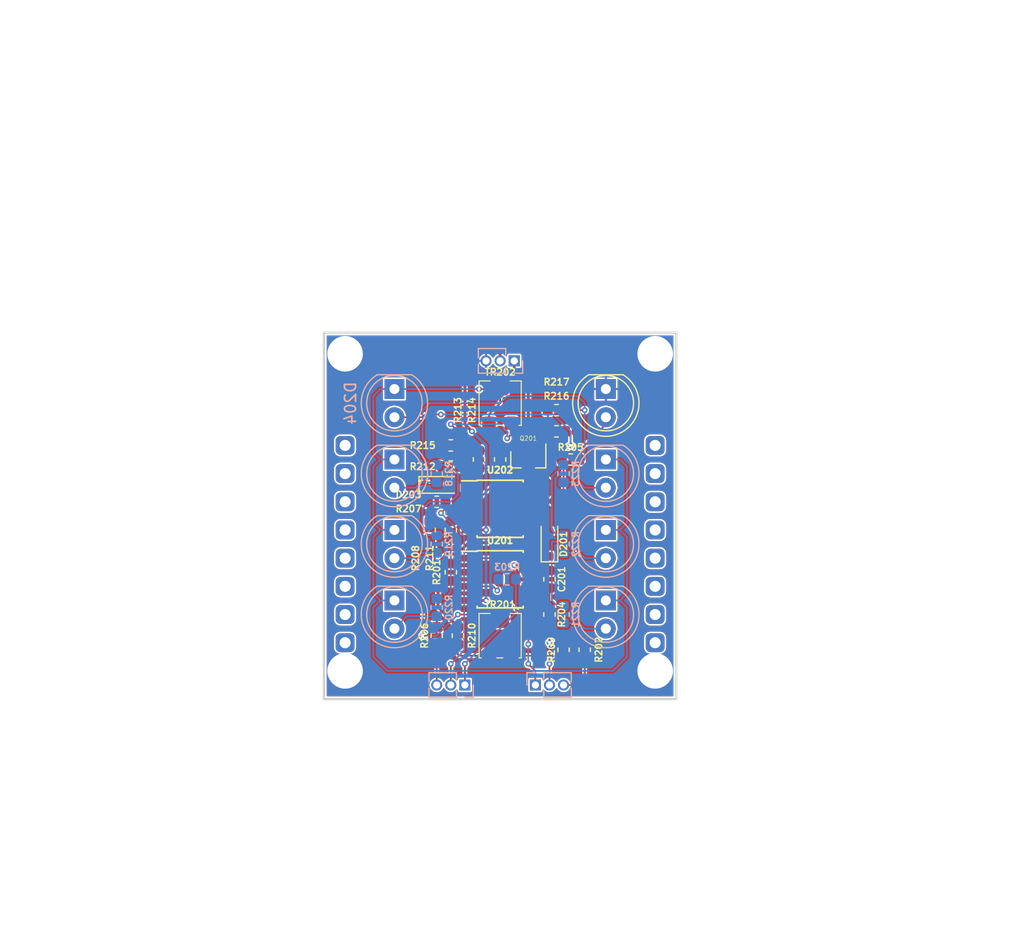
<source format=kicad_pcb>
(kicad_pcb (version 20171130) (host pcbnew "(5.0.2)-1")
  (layers (0 F.Cu signal) (31 B.Cu signal) (34 B.Paste user) (35 F.Paste user) (36 B.SilkS user) (37 F.SilkS user) (38 B.Mask user) (39 F.Mask user) (44 Edge.Cuts user))
  (net 0 "")
  (net 1 GND)
  (net 2 "Net-(D204-Pad2)")
  (net 3 "Net-(Q201-Pad2)")
  (net 4 VDD)
  (net 5 "Net-(C201-Pad2)")
  (net 6 "Net-(R204-Pad2)")
  (net 7 "Net-(R207-Pad2)")
  (net 8 "Net-(R207-Pad1)")
  (net 9 "Net-(R212-Pad1)")
  (net 10 "Net-(D203-Pad2)")
  (net 11 "Net-(R210-Pad1)")
  (net 12 "Net-(R209-Pad1)")
  (net 13 "Net-(R208-Pad1)")
  (net 14 "Net-(C201-Pad1)")
  (net 15 "Net-(D202-Pad2)")
  (net 16 "Net-(R201-Pad2)")
  (net 17 "Net-(R202-Pad1)")
  (net 18 "Net-(R201-Pad1)")
  (net 19 "Net-(D204-Pad1)")
  (net 20 "Net-(R215-Pad1)")
  (net 21 "Net-(R206-Pad1)")
  (net 22 VEE)
  (net 23 "Net-(U202-Pad8)")
  (net 24 "Net-(U202-Pad5)")
  (net 25 "Net-(U202-Pad1)")
  (net 26 "Net-(Q201-Pad1)")
  (net 27 "Net-(D205-Pad2)")
  (net 28 "Net-(R217-Pad2)")
  (net 29 "Net-(D206-Pad2)")
  (net 30 "Net-(D207-Pad2)")
  (net 31 "Net-(D208-Pad2)")
  (net 32 "Net-(D209-Pad2)")
  (net 33 "Net-(D210-Pad2)")
  (net 34 "Net-(J202-Pad1)")
  (net 35 "Net-(J202-Pad2)")
  (net 36 "Net-(J202-Pad3)")
  (net 37 "Net-(J202-Pad4)")
  (net 38 "Net-(J202-Pad5)")
  (net 39 "Net-(J202-Pad6)")
  (net 40 "Net-(J202-Pad7)")
  (net 41 "Net-(J202-Pad8)")
  (net 42 "Net-(J201-Pad8)")
  (net 43 "Net-(J201-Pad7)")
  (net 44 "Net-(J201-Pad6)")
  (net 45 "Net-(J201-Pad5)")
  (net 46 "Net-(J201-Pad4)")
  (net 47 "Net-(J201-Pad3)")
  (net 48 "Net-(J201-Pad2)")
  (net 49 "Net-(J201-Pad1)")
  (net 50 "/LFO Section/VDD_LFO")
  (module MountingHole:MountingHole_3.2mm_M3 (layer F.Cu) (at 102.87 43.18)
    (fp_text reference REF** hide)
    (fp_text value MountingHole_3.2mm_M3 hide)
    (pad 1 np_thru_hole circle (at 0 0) (size 3.2 3.2) (drill 3.2) (layers *.Cu *.Mask))
  )
  (module MountingHole:MountingHole_3.2mm_M3 (layer F.Cu) (at 74.93 43.18)
    (fp_text reference REF** hide)
    (fp_text value MountingHole_3.2mm_M3 hide)
    (pad 1 np_thru_hole circle (at 0 0) (size 3.2 3.2) (drill 3.2) (layers *.Cu *.Mask))
  )
  (module MountingHole:MountingHole_3.2mm_M3 (layer F.Cu) (at 74.93 71.755)
    (fp_text reference REF** hide)
    (fp_text value MountingHole_3.2mm_M3 hide)
    (pad 1 np_thru_hole circle (at 0 0) (size 3.2 3.2) (drill 3.2) (layers *.Cu *.Mask))
  )
  (module Connector_PinHeader_1.27mm:PinHeader_1x03_P1.27mm_Vertical (layer B.Cu) (at 85.725 73.025 90)
    (fp_text reference RV202 hide)
    (fp_text value B10k)
    (pad 3 thru_hole oval (at 0 -2.54 90) (size 1 1) (drill 0.65) (layers *.Cu *.Mask) (net 21 "Net-(R206-Pad1)"))
    (pad 2 thru_hole oval (at 0 -1.27 90) (size 1 1) (drill 0.65) (layers *.Cu *.Mask) (net 7 "Net-(R207-Pad2)"))
    (pad 1 thru_hole rect (at 0 0 90) (size 1 1) (drill 0.65) (layers *.Cu *.Mask) (net 14 "Net-(C201-Pad1)"))
  )
  (module Connector_PinHeader_1.27mm:PinHeader_1x03_P1.27mm_Vertical (layer B.Cu) (at 92.075 73.025 270)
    (fp_text reference RV201 hide)
    (fp_text value A25k)
    (pad 1 thru_hole rect (at 0 0 270) (size 1 1) (drill 0.65) (layers *.Cu *.Mask) (net 18 "Net-(R201-Pad1)"))
    (pad 2 thru_hole oval (at 0 -1.27 270) (size 1 1) (drill 0.65) (layers *.Cu *.Mask) (net 6 "Net-(R204-Pad2)"))
    (pad 3 thru_hole oval (at 0 -2.54 270) (size 1 1) (drill 0.65) (layers *.Cu *.Mask) (net 17 "Net-(R202-Pad1)"))
  )
  (module Connector_PinHeader_1.27mm:PinHeader_1x03_P1.27mm_Vertical (layer B.Cu) (at 90.17 43.815 90)
    (fp_text reference J203 hide)
    (fp_text value Conn_01x03 hide)
    (pad 1 thru_hole rect (at 0 0 90) (size 1 1) (drill 0.65) (layers *.Cu *.Mask) (net 4 VDD))
    (pad 2 thru_hole oval (at 0 -1.27 90) (size 1 1) (drill 0.65) (layers *.Cu *.Mask) (net 22 VEE))
    (pad 3 thru_hole oval (at 0 -2.54 90) (size 1 1) (drill 0.65) (layers *.Cu *.Mask) (net 1 GND))
  )
  (module SA_LED_THT:LED_D5.0mm_Yellow (layer B.Cu) (at 98.425 66.675 270)
    (fp_text reference D208 hide)
    (fp_text value LED_LFO_4)
    (pad 1 thru_hole rect (at -1.27 0 270) (size 1.8 1.8) (drill 0.9) (layers *.Cu *.Mask) (net 19 "Net-(D204-Pad1)"))
    (pad 2 thru_hole circle (at 1.27 0 270) (size 1.8 1.8) (drill 0.9) (layers *.Cu *.Mask) (net 31 "Net-(D208-Pad2)"))
  )
  (module SA_Potentiometers_SMD:Bourns_TC33X-2-104E (layer F.Cu) (at 88.9 47.625)
    (fp_text reference TR202 (at 0 -2.8) (layer F.SilkS) (effects (font (size 0.6 0.6) (thickness 0.127))))
    (fp_text value 1k)
    (pad 2 smd roundrect (at 0 -1.45) (size 1.6 1.5) (layers F.Cu F.Paste F.Mask) (net 19 "Net-(D204-Pad1)"))
    (pad 1 smd roundrect (at -1 1.8) (size 1.2 1.2) (layers F.Cu F.Paste F.Mask) (net 19 "Net-(D204-Pad1)"))
    (pad 3 smd roundrect (at 1 1.8) (size 1.2 1.2) (layers F.Cu F.Paste F.Mask) (net 20 "Net-(R215-Pad1)"))
  )
  (module SA_Potentiometers_SMD:Bourns_TC33X-2-104E (layer F.Cu) (at 88.9 68.58)
    (fp_text reference TR201 (at 0 -2.8) (layer F.SilkS) (effects (font (size 0.6 0.6) (thickness 0.127))))
    (fp_text value 10k)
    (pad 3 smd roundrect (at 1 1.8) (size 1.2 1.2) (layers F.Cu F.Paste F.Mask) (net 12 "Net-(R209-Pad1)"))
    (pad 1 smd roundrect (at -1 1.8) (size 1.2 1.2) (layers F.Cu F.Paste F.Mask) (net 11 "Net-(R210-Pad1)"))
    (pad 2 smd roundrect (at 0 -1.45) (size 1.6 1.5) (layers F.Cu F.Paste F.Mask) (net 13 "Net-(R208-Pad1)"))
  )
  (module SA_Connectors_Pin_Headers_THT:PinHeader_1x08_P2.54mm_Vertical_Bottom (layer F.Cu) (at 74.93 51.435)
    (fp_text reference J201 hide)
    (fp_text value Conn_01x08)
    (pad 8 thru_hole roundrect (at 0 17.78) (size 1.7 1.7) (drill 1) (layers *.Cu *.Mask) (net 42 "Net-(J201-Pad8)"))
    (pad 7 thru_hole roundrect (at 0 15.24) (size 1.7 1.7) (drill 1) (layers *.Cu *.Mask) (net 43 "Net-(J201-Pad7)"))
    (pad 6 thru_hole roundrect (at 0 12.7) (size 1.7 1.7) (drill 1) (layers *.Cu *.Mask) (net 44 "Net-(J201-Pad6)"))
    (pad 5 thru_hole roundrect (at 0 10.16) (size 1.7 1.7) (drill 1) (layers *.Cu *.Mask) (net 45 "Net-(J201-Pad5)"))
    (pad 4 thru_hole roundrect (at 0 7.62) (size 1.7 1.7) (drill 1) (layers *.Cu *.Mask) (net 46 "Net-(J201-Pad4)"))
    (pad 3 thru_hole roundrect (at 0 5.08) (size 1.7 1.7) (drill 1) (layers *.Cu *.Mask) (net 47 "Net-(J201-Pad3)"))
    (pad 2 thru_hole roundrect (at 0 2.54) (size 1.7 1.7) (drill 1) (layers *.Cu *.Mask) (net 48 "Net-(J201-Pad2)"))
    (pad 1 thru_hole roundrect (at 0 0) (size 1.7 1.7) (drill 1) (layers *.Cu *.Mask) (net 49 "Net-(J201-Pad1)"))
  )
  (module SA_Connectors_Pin_Headers_THT:PinHeader_1x08_P2.54mm_Vertical_Bottom (layer F.Cu) (at 102.87 51.435)
    (fp_text reference J202 hide)
    (fp_text value Conn_01x08)
    (pad 1 thru_hole roundrect (at 0 0) (size 1.7 1.7) (drill 1) (layers *.Cu *.Mask) (net 34 "Net-(J202-Pad1)"))
    (pad 2 thru_hole roundrect (at 0 2.54) (size 1.7 1.7) (drill 1) (layers *.Cu *.Mask) (net 35 "Net-(J202-Pad2)"))
    (pad 3 thru_hole roundrect (at 0 5.08) (size 1.7 1.7) (drill 1) (layers *.Cu *.Mask) (net 36 "Net-(J202-Pad3)"))
    (pad 4 thru_hole roundrect (at 0 7.62) (size 1.7 1.7) (drill 1) (layers *.Cu *.Mask) (net 37 "Net-(J202-Pad4)"))
    (pad 5 thru_hole roundrect (at 0 10.16) (size 1.7 1.7) (drill 1) (layers *.Cu *.Mask) (net 38 "Net-(J202-Pad5)"))
    (pad 6 thru_hole roundrect (at 0 12.7) (size 1.7 1.7) (drill 1) (layers *.Cu *.Mask) (net 39 "Net-(J202-Pad6)"))
    (pad 7 thru_hole roundrect (at 0 15.24) (size 1.7 1.7) (drill 1) (layers *.Cu *.Mask) (net 40 "Net-(J202-Pad7)"))
    (pad 8 thru_hole roundrect (at 0 17.78) (size 1.7 1.7) (drill 1) (layers *.Cu *.Mask) (net 41 "Net-(J202-Pad8)"))
  )
  (module SA_LED_THT:LED_D5.0mm_Yellow (layer F.Cu) (at 98.425 47.625 270)
    (fp_text reference D202 hide)
    (fp_text value LED_RATE)
    (pad 2 thru_hole circle (at 1.27 0 270) (size 1.8 1.8) (drill 0.9) (layers *.Cu *.Mask) (net 15 "Net-(D202-Pad2)"))
    (pad 1 thru_hole rect (at -1.27 0 270) (size 1.8 1.8) (drill 0.9) (layers *.Cu *.Mask) (net 1 GND))
  )
  (module SA_LED_THT:LED_D5.0mm_Yellow (layer B.Cu) (at 79.375 47.625 270)
    (fp_text reference D204 (at 0 3.96 270) (layer B.SilkS) (effects (justify mirror)))
    (fp_text value LED_LFO_0 hide)
    (pad 1 thru_hole rect (at -1.27 0 270) (size 1.8 1.8) (drill 0.9) (layers *.Cu *.Mask) (net 19 "Net-(D204-Pad1)"))
    (pad 2 thru_hole circle (at 1.27 0 270) (size 1.8 1.8) (drill 0.9) (layers *.Cu *.Mask) (net 2 "Net-(D204-Pad2)"))
  )
  (module SA_LED_THT:LED_D5.0mm_Yellow (layer B.Cu) (at 79.375 53.975 270)
    (fp_text reference D205 hide)
    (fp_text value LED_LFO_1 hide)
    (pad 2 thru_hole circle (at 1.27 0 270) (size 1.8 1.8) (drill 0.9) (layers *.Cu *.Mask) (net 27 "Net-(D205-Pad2)"))
    (pad 1 thru_hole rect (at -1.27 0 270) (size 1.8 1.8) (drill 0.9) (layers *.Cu *.Mask) (net 19 "Net-(D204-Pad1)"))
  )
  (module SA_LED_THT:LED_D5.0mm_Yellow (layer B.Cu) (at 79.375 60.325 270)
    (fp_text reference D206 hide)
    (fp_text value LED_LFO_2 hide)
    (pad 1 thru_hole rect (at -1.27 0 270) (size 1.8 1.8) (drill 0.9) (layers *.Cu *.Mask) (net 19 "Net-(D204-Pad1)"))
    (pad 2 thru_hole circle (at 1.27 0 270) (size 1.8 1.8) (drill 0.9) (layers *.Cu *.Mask) (net 29 "Net-(D206-Pad2)"))
  )
  (module SA_LED_THT:LED_D5.0mm_Yellow (layer B.Cu) (at 79.375 66.675 270)
    (fp_text reference D207 hide)
    (fp_text value LED_LFO_3 hide)
    (pad 2 thru_hole circle (at 1.27 0 270) (size 1.8 1.8) (drill 0.9) (layers *.Cu *.Mask) (net 30 "Net-(D207-Pad2)"))
    (pad 1 thru_hole rect (at -1.27 0 270) (size 1.8 1.8) (drill 0.9) (layers *.Cu *.Mask) (net 19 "Net-(D204-Pad1)"))
  )
  (module SA_LED_THT:LED_D5.0mm_Yellow (layer B.Cu) (at 98.425 60.325 270)
    (fp_text reference D209 hide)
    (fp_text value LED_LFO_5)
    (pad 2 thru_hole circle (at 1.27 0 270) (size 1.8 1.8) (drill 0.9) (layers *.Cu *.Mask) (net 32 "Net-(D209-Pad2)"))
    (pad 1 thru_hole rect (at -1.27 0 270) (size 1.8 1.8) (drill 0.9) (layers *.Cu *.Mask) (net 19 "Net-(D204-Pad1)"))
  )
  (module SA_LED_THT:LED_D5.0mm_Yellow (layer B.Cu) (at 98.425 53.975 270)
    (fp_text reference D210 hide)
    (fp_text value LED_LFO_6)
    (pad 1 thru_hole rect (at -1.27 0 270) (size 1.8 1.8) (drill 0.9) (layers *.Cu *.Mask) (net 19 "Net-(D204-Pad1)"))
    (pad 2 thru_hole circle (at 1.27 0 270) (size 1.8 1.8) (drill 0.9) (layers *.Cu *.Mask) (net 33 "Net-(D210-Pad2)"))
  )
  (module SA_Resistors_SMD:R_0603_1608M (layer B.Cu) (at 94.615 53.975 90)
    (fp_text reference R223 (at 0 1.1 90) (layer B.SilkS) (effects (font (size 0.6 0.6) (thickness 0.127)) (justify mirror)))
    (fp_text value 0R)
    (pad 2 smd roundrect (at 0.7875 0 90) (size 0.875 0.95) (layers B.Cu B.Paste B.Mask) (net 28 "Net-(R217-Pad2)"))
    (pad 1 smd roundrect (at -0.7875 0 90) (size 0.875 0.95) (layers B.Cu B.Paste B.Mask) (net 33 "Net-(D210-Pad2)"))
  )
  (module SA_Resistors_SMD:R_0603_1608M (layer B.Cu) (at 94.615 60.325 90)
    (fp_text reference R222 (at 0 1.1 90) (layer B.SilkS) (effects (font (size 0.6 0.6) (thickness 0.127)) (justify mirror)))
    (fp_text value 0R)
    (pad 1 smd roundrect (at -0.7875 0 90) (size 0.875 0.95) (layers B.Cu B.Paste B.Mask) (net 32 "Net-(D209-Pad2)"))
    (pad 2 smd roundrect (at 0.7875 0 90) (size 0.875 0.95) (layers B.Cu B.Paste B.Mask) (net 28 "Net-(R217-Pad2)"))
  )
  (module SA_Resistors_SMD:R_0603_1608M (layer B.Cu) (at 94.615 66.675 90)
    (fp_text reference R221 (at 0 1.1 90) (layer B.SilkS) (effects (font (size 0.6 0.6) (thickness 0.127)) (justify mirror)))
    (fp_text value 0R)
    (pad 2 smd roundrect (at 0.7875 0 90) (size 0.875 0.95) (layers B.Cu B.Paste B.Mask) (net 28 "Net-(R217-Pad2)"))
    (pad 1 smd roundrect (at -0.7875 0 90) (size 0.875 0.95) (layers B.Cu B.Paste B.Mask) (net 31 "Net-(D208-Pad2)"))
  )
  (module SA_Resistors_SMD:R_0603_1608M (layer B.Cu) (at 83.185 66.04 90)
    (fp_text reference R220 (at 0 1.1 90) (layer B.SilkS) (effects (font (size 0.6 0.6) (thickness 0.127)) (justify mirror)))
    (fp_text value 0R)
    (pad 1 smd roundrect (at -0.7875 0 90) (size 0.875 0.95) (layers B.Cu B.Paste B.Mask) (net 30 "Net-(D207-Pad2)"))
    (pad 2 smd roundrect (at 0.7875 0 90) (size 0.875 0.95) (layers B.Cu B.Paste B.Mask) (net 28 "Net-(R217-Pad2)"))
  )
  (module SA_Resistors_SMD:R_0603_1608M (layer B.Cu) (at 83.185 60.325 90)
    (fp_text reference R219 (at 0 1.1 90) (layer B.SilkS) (effects (font (size 0.6 0.6) (thickness 0.127)) (justify mirror)))
    (fp_text value 0R)
    (pad 2 smd roundrect (at 0.7875 0 90) (size 0.875 0.95) (layers B.Cu B.Paste B.Mask) (net 28 "Net-(R217-Pad2)"))
    (pad 1 smd roundrect (at -0.7875 0 90) (size 0.875 0.95) (layers B.Cu B.Paste B.Mask) (net 29 "Net-(D206-Pad2)"))
  )
  (module SA_Resistors_SMD:R_0603_1608M (layer F.Cu) (at 93.98 50.165 180)
    (fp_text reference R216 (at 0 3.175 180) (layer F.SilkS) (effects (font (size 0.6 0.6) (thickness 0.127))))
    (fp_text value 0R)
    (pad 1 smd roundrect (at -0.7875 0 180) (size 0.875 0.95) (layers F.Cu F.Paste F.Mask) (net 2 "Net-(D204-Pad2)"))
    (pad 2 smd roundrect (at 0.7875 0 180) (size 0.875 0.95) (layers F.Cu F.Paste F.Mask) (net 26 "Net-(Q201-Pad1)"))
  )
  (module SA_Resistors_SMD:R_0603_1608M (layer F.Cu) (at 93.98 48.26)
    (fp_text reference R217 (at 0 -2.54) (layer F.SilkS) (effects (font (size 0.6 0.6) (thickness 0.127))))
    (fp_text value 0R)
    (pad 2 smd roundrect (at 0.7875 0) (size 0.875 0.95) (layers F.Cu F.Paste F.Mask) (net 28 "Net-(R217-Pad2)"))
    (pad 1 smd roundrect (at -0.7875 0) (size 0.875 0.95) (layers F.Cu F.Paste F.Mask) (net 26 "Net-(Q201-Pad1)"))
  )
  (module SA_Resistors_SMD:R_0603_1608M (layer B.Cu) (at 83.185 53.975 90)
    (fp_text reference R218 (at 0 1.1 90) (layer B.SilkS) (effects (font (size 0.6 0.6) (thickness 0.127)) (justify mirror)))
    (fp_text value 0R)
    (pad 1 smd roundrect (at -0.7875 0 90) (size 0.875 0.95) (layers B.Cu B.Paste B.Mask) (net 27 "Net-(D205-Pad2)"))
    (pad 2 smd roundrect (at 0.7875 0 90) (size 0.875 0.95) (layers B.Cu B.Paste B.Mask) (net 28 "Net-(R217-Pad2)"))
  )
  (module SA_Capacitors_SMD:C_0603_1608M (layer F.Cu) (at 93.345 63.5 270)
    (fp_text reference C201 (at 0 -1.1 270) (layer F.SilkS) (effects (font (size 0.6 0.6) (thickness 0.127))))
    (fp_text value 470n)
    (pad 1 smd roundrect (at -0.7875 0 270) (size 0.875 0.95) (layers F.Cu F.Paste F.Mask) (net 14 "Net-(C201-Pad1)"))
    (pad 2 smd roundrect (at 0.7875 0 270) (size 0.875 0.95) (layers F.Cu F.Paste F.Mask) (net 5 "Net-(C201-Pad2)"))
  )
  (module SA_Diodes_SMD:ON_Semi_1N4148WS_SOD-323F-2 (layer F.Cu) (at 93.345 60.325 90)
    (fp_text reference D201 (at 0 1.27 90) (layer F.SilkS) (effects (font (size 0.6 0.6) (thickness 0.127))))
    (fp_text value 1N4148)
    (pad 1 smd roundrect (at -1.1 0 90) (size 0.75 0.75) (layers F.Cu F.Paste F.Mask) (net 50 "/LFO Section/VDD_LFO"))
    (pad 2 smd roundrect (at 1.1 0 90) (size 0.75 0.75) (layers F.Cu F.Paste F.Mask) (net 4 VDD))
  )
  (module SA_Diodes_SMD:ON_Semi_1N4148WS_SOD-323F-2 (layer F.Cu) (at 83.185 54.991)
    (fp_text reference D203 (at -2.54 0.889) (layer F.SilkS) (effects (font (size 0.6 0.6) (thickness 0.127))))
    (fp_text value 1N4148)
    (pad 2 smd roundrect (at 1.1 0) (size 0.75 0.75) (layers F.Cu F.Paste F.Mask) (net 10 "Net-(D203-Pad2)"))
    (pad 1 smd roundrect (at -1.1 0) (size 0.75 0.75) (layers F.Cu F.Paste F.Mask) (net 1 GND))
  )
  (module SA_Packages:SOIC-8_3.9x4.9mm_P1.27mm (layer F.Cu) (at 88.9 57.15)
    (fp_text reference U202 (at 0 -3.5) (layer F.SilkS) (effects (font (size 0.6 0.6))))
    (fp_text value TL071)
    (pad 8 smd rect (at 2.7 -1.905) (size 1.55 0.6) (layers F.Cu F.Paste F.Mask) (net 23 "Net-(U202-Pad8)"))
    (pad 7 smd rect (at 2.7 -0.635) (size 1.55 0.6) (layers F.Cu F.Paste F.Mask) (net 4 VDD))
    (pad 6 smd rect (at 2.7 0.635) (size 1.55 0.6) (layers F.Cu F.Paste F.Mask) (net 3 "Net-(Q201-Pad2)"))
    (pad 5 smd rect (at 2.7 1.905) (size 1.55 0.6) (layers F.Cu F.Paste F.Mask) (net 24 "Net-(U202-Pad5)"))
    (pad 4 smd rect (at -2.7 1.905) (size 1.55 0.6) (layers F.Cu F.Paste F.Mask) (net 22 VEE))
    (pad 3 smd rect (at -2.7 0.635) (size 1.55 0.6) (layers F.Cu F.Paste F.Mask) (net 8 "Net-(R207-Pad1)"))
    (pad 2 smd rect (at -2.7 -0.635) (size 1.55 0.6) (layers F.Cu F.Paste F.Mask) (net 9 "Net-(R212-Pad1)"))
    (pad 1 smd rect (at -2.7 -1.905) (size 1.55 0.6) (layers F.Cu F.Paste F.Mask) (net 25 "Net-(U202-Pad1)"))
  )
  (module SA_Packages:SOIC-8_3.9x4.9mm_P1.27mm (layer F.Cu) (at 88.9 63.5)
    (fp_text reference U201 (at 0 -3.5) (layer F.SilkS) (effects (font (size 0.6 0.6))))
    (fp_text value TL062)
    (pad 1 smd rect (at -2.7 -1.905) (size 1.55 0.6) (layers F.Cu F.Paste F.Mask) (net 18 "Net-(R201-Pad1)"))
    (pad 2 smd rect (at -2.7 -0.635) (size 1.55 0.6) (layers F.Cu F.Paste F.Mask) (net 1 GND))
    (pad 3 smd rect (at -2.7 0.635) (size 1.55 0.6) (layers F.Cu F.Paste F.Mask) (net 16 "Net-(R201-Pad2)"))
    (pad 4 smd rect (at -2.7 1.905) (size 1.55 0.6) (layers F.Cu F.Paste F.Mask) (net 22 VEE))
    (pad 5 smd rect (at 2.7 1.905) (size 1.55 0.6) (layers F.Cu F.Paste F.Mask) (net 1 GND))
    (pad 6 smd rect (at 2.7 0.635) (size 1.55 0.6) (layers F.Cu F.Paste F.Mask) (net 5 "Net-(C201-Pad2)"))
    (pad 7 smd rect (at 2.7 -0.635) (size 1.55 0.6) (layers F.Cu F.Paste F.Mask) (net 14 "Net-(C201-Pad1)"))
    (pad 8 smd rect (at 2.7 -1.905) (size 1.55 0.6) (layers F.Cu F.Paste F.Mask) (net 50 "/LFO Section/VDD_LFO"))
  )
  (module SA_Resistors_SMD:R_0603_1608M (layer F.Cu) (at 83.185 68.58 90)
    (fp_text reference R206 (at 0 -1.1 90) (layer F.SilkS) (effects (font (size 0.6 0.6) (thickness 0.127))))
    (fp_text value 560R)
    (pad 1 smd roundrect (at -0.7875 0 90) (size 0.875 0.95) (layers F.Cu F.Paste F.Mask) (net 21 "Net-(R206-Pad1)"))
    (pad 2 smd roundrect (at 0.7875 0 90) (size 0.875 0.95) (layers F.Cu F.Paste F.Mask) (net 1 GND))
  )
  (module SA_Resistors_SMD:R_0603_1608M (layer F.Cu) (at 84.455 51.435 180)
    (fp_text reference R215 (at 2.54 0 180) (layer F.SilkS) (effects (font (size 0.6 0.6) (thickness 0.127))))
    (fp_text value 390R)
    (pad 2 smd roundrect (at 0.7875 0 180) (size 0.875 0.95) (layers F.Cu F.Paste F.Mask) (net 1 GND))
    (pad 1 smd roundrect (at -0.7875 0 180) (size 0.875 0.95) (layers F.Cu F.Paste F.Mask) (net 20 "Net-(R215-Pad1)"))
  )
  (module SA_Resistors_SMD:R_0603_1608M (layer F.Cu) (at 88.9 52.705 270)
    (fp_text reference R214 (at -4.445 2.54 270) (layer F.SilkS) (effects (font (size 0.6 0.6) (thickness 0.127))))
    (fp_text value 220k)
    (pad 1 smd roundrect (at -0.7875 0 270) (size 0.875 0.95) (layers F.Cu F.Paste F.Mask) (net 19 "Net-(D204-Pad1)"))
    (pad 2 smd roundrect (at 0.7875 0 270) (size 0.875 0.95) (layers F.Cu F.Paste F.Mask) (net 9 "Net-(R212-Pad1)"))
  )
  (module SA_Resistors_SMD:R_0603_1608M (layer F.Cu) (at 84.455 62.865 270)
    (fp_text reference R201 (at 0 1.27 270) (layer F.SilkS) (effects (font (size 0.6 0.6) (thickness 0.127))))
    (fp_text value 68k)
    (pad 2 smd roundrect (at 0.7875 0 270) (size 0.875 0.95) (layers F.Cu F.Paste F.Mask) (net 16 "Net-(R201-Pad2)"))
    (pad 1 smd roundrect (at -0.7875 0 270) (size 0.875 0.95) (layers F.Cu F.Paste F.Mask) (net 18 "Net-(R201-Pad1)"))
  )
  (module SA_Resistors_SMD:R_0603_1608M (layer F.Cu) (at 96.52 69.85 90)
    (fp_text reference R202 (at 0 1.27 90) (layer F.SilkS) (effects (font (size 0.6 0.6) (thickness 0.127))))
    (fp_text value 120R)
    (pad 1 smd roundrect (at -0.7875 0 90) (size 0.875 0.95) (layers F.Cu F.Paste F.Mask) (net 17 "Net-(R202-Pad1)"))
    (pad 2 smd roundrect (at 0.7875 0 90) (size 0.875 0.95) (layers F.Cu F.Paste F.Mask) (net 1 GND))
  )
  (module SA_Resistors_SMD:R_0603_1608M (layer B.Cu) (at 89.535 63.5 180)
    (fp_text reference R203 (at 0 1.1 180) (layer B.SilkS) (effects (font (size 0.6 0.6) (thickness 0.127)) (justify mirror)))
    (fp_text value 47k)
    (pad 2 smd roundrect (at 0.7875 0 180) (size 0.875 0.95) (layers B.Cu B.Paste B.Mask) (net 16 "Net-(R201-Pad2)"))
    (pad 1 smd roundrect (at -0.7875 0 180) (size 0.875 0.95) (layers B.Cu B.Paste B.Mask) (net 14 "Net-(C201-Pad1)"))
  )
  (module SA_Resistors_SMD:R_0603_1608M (layer F.Cu) (at 95.25 52.705)
    (fp_text reference R205 (at 0 -1.1) (layer F.SilkS) (effects (font (size 0.6 0.6) (thickness 0.127))))
    (fp_text value CLR_RATE)
    (pad 1 smd roundrect (at -0.7875 0) (size 0.875 0.95) (layers F.Cu F.Paste F.Mask) (net 14 "Net-(C201-Pad1)"))
    (pad 2 smd roundrect (at 0.7875 0) (size 0.875 0.95) (layers F.Cu F.Paste F.Mask) (net 15 "Net-(D202-Pad2)"))
  )
  (module SA_Resistors_SMD:R_0603_1608M (layer F.Cu) (at 82.55 59.055 90)
    (fp_text reference R208 (at -2.54 -1.27 90) (layer F.SilkS) (effects (font (size 0.6 0.6) (thickness 0.127))))
    (fp_text value 47k)
    (pad 2 smd roundrect (at 0.7875 0 90) (size 0.875 0.95) (layers F.Cu F.Paste F.Mask) (net 8 "Net-(R207-Pad1)"))
    (pad 1 smd roundrect (at -0.7875 0 90) (size 0.875 0.95) (layers F.Cu F.Paste F.Mask) (net 13 "Net-(R208-Pad1)"))
  )
  (module SA_Resistors_SMD:R_0603_1608M (layer F.Cu) (at 94.615 69.85 90)
    (fp_text reference R209 (at 0 -1.1 90) (layer F.SilkS) (effects (font (size 0.6 0.6) (thickness 0.127))))
    (fp_text value 2k2)
    (pad 1 smd roundrect (at -0.7875 0 90) (size 0.875 0.95) (layers F.Cu F.Paste F.Mask) (net 12 "Net-(R209-Pad1)"))
    (pad 2 smd roundrect (at 0.7875 0 90) (size 0.875 0.95) (layers F.Cu F.Paste F.Mask) (net 1 GND))
  )
  (module SA_Resistors_SMD:R_0603_1608M (layer F.Cu) (at 85.09 68.58 90)
    (fp_text reference R210 (at 0 1.27 90) (layer F.SilkS) (effects (font (size 0.6 0.6) (thickness 0.127))))
    (fp_text value 2k2)
    (pad 2 smd roundrect (at 0.7875 0 90) (size 0.875 0.95) (layers F.Cu F.Paste F.Mask) (net 4 VDD))
    (pad 1 smd roundrect (at -0.7875 0 90) (size 0.875 0.95) (layers F.Cu F.Paste F.Mask) (net 11 "Net-(R210-Pad1)"))
  )
  (module SA_Resistors_SMD:R_0603_1608M (layer F.Cu) (at 84.455 59.055 270)
    (fp_text reference R211 (at 2.54 1.905 270) (layer F.SilkS) (effects (font (size 0.6 0.6) (thickness 0.127))))
    (fp_text value 3k6)
    (pad 1 smd roundrect (at -0.7875 0 270) (size 0.875 0.95) (layers F.Cu F.Paste F.Mask) (net 8 "Net-(R207-Pad1)"))
    (pad 2 smd roundrect (at 0.7875 0 270) (size 0.875 0.95) (layers F.Cu F.Paste F.Mask) (net 1 GND))
  )
  (module SA_Resistors_SMD:R_0603_1608M (layer F.Cu) (at 84.455 53.34 180)
    (fp_text reference R212 (at 2.54 0 180) (layer F.SilkS) (effects (font (size 0.6 0.6) (thickness 0.127))))
    (fp_text value 10k)
    (pad 2 smd roundrect (at 0.7875 0 180) (size 0.875 0.95) (layers F.Cu F.Paste F.Mask) (net 10 "Net-(D203-Pad2)"))
    (pad 1 smd roundrect (at -0.7875 0 180) (size 0.875 0.95) (layers F.Cu F.Paste F.Mask) (net 9 "Net-(R212-Pad1)"))
  )
  (module SA_Resistors_SMD:R_0603_1608M (layer F.Cu) (at 86.995 52.705 90)
    (fp_text reference R213 (at 4.445 -1.905 90) (layer F.SilkS) (effects (font (size 0.6 0.6) (thickness 0.127))))
    (fp_text value 68k)
    (pad 1 smd roundrect (at -0.7875 0 90) (size 0.875 0.95) (layers F.Cu F.Paste F.Mask) (net 9 "Net-(R212-Pad1)"))
    (pad 2 smd roundrect (at 0.7875 0 90) (size 0.875 0.95) (layers F.Cu F.Paste F.Mask) (net 1 GND))
  )
  (module SA_Resistors_SMD:R_0603_1608M (layer F.Cu) (at 83.185 56.515)
    (fp_text reference R207 (at -2.54 0.635) (layer F.SilkS) (effects (font (size 0.6 0.6) (thickness 0.127))))
    (fp_text value 68k)
    (pad 2 smd roundrect (at 0.7875 0) (size 0.875 0.95) (layers F.Cu F.Paste F.Mask) (net 7 "Net-(R207-Pad2)"))
    (pad 1 smd roundrect (at -0.7875 0) (size 0.875 0.95) (layers F.Cu F.Paste F.Mask) (net 8 "Net-(R207-Pad1)"))
  )
  (module SA_Resistors_SMD:R_0603_1608M (layer F.Cu) (at 93.345 66.675 270)
    (fp_text reference R204 (at 0 -1.1 270) (layer F.SilkS) (effects (font (size 0.6 0.6) (thickness 0.127))))
    (fp_text value 39k)
    (pad 1 smd roundrect (at -0.7875 0 270) (size 0.875 0.95) (layers F.Cu F.Paste F.Mask) (net 5 "Net-(C201-Pad2)"))
    (pad 2 smd roundrect (at 0.7875 0 270) (size 0.875 0.95) (layers F.Cu F.Paste F.Mask) (net 6 "Net-(R204-Pad2)"))
  )
  (module SA_Transistors_BJT_SMD:ON_Semi_SMMBT4401LT1G_SOT-23 (layer F.Cu) (at 91.44 52.705 270)
    (fp_text reference Q201 (at -1.905 0) (layer F.SilkS) (effects (font (size 0.4 0.4) (thickness 0.05))))
    (fp_text value 2N4401)
    (pad 1 smd roundrect (at -1 -0.95 270) (size 0.9 0.8) (layers F.Cu F.Paste F.Mask) (net 26 "Net-(Q201-Pad1)"))
    (pad 2 smd roundrect (at -1 0.95 270) (size 0.9 0.8) (layers F.Cu F.Paste F.Mask) (net 3 "Net-(Q201-Pad2)"))
    (pad 3 smd roundrect (at 1 0 270) (size 0.9 0.8) (layers F.Cu F.Paste F.Mask) (net 4 VDD))
  )
  (module MountingHole:MountingHole_3.2mm_M3 (layer F.Cu) (at 102.87 71.755)
    (fp_text reference REF** hide)
    (fp_text value MountingHole_3.2mm_M3 hide)
    (pad 1 np_thru_hole circle (at 0 0) (size 3.2 3.2) (drill 3.2) (layers *.Cu *.Mask))
  )
  (gr_line (start 73.025 74.295) (end 104.775 74.295) (layer Edge.Cuts) (width 0.2))
  (gr_line (start 73.025 41.275) (end 73.025 74.295) (layer Edge.Cuts) (width 0.2))
  (gr_line (start 104.775 41.275) (end 73.025 41.275) (layer Edge.Cuts) (width 0.2))
  (gr_line (start 104.775 74.295) (end 104.775 41.275) (layer Edge.Cuts) (width 0.2))
  (via (at 83.566 48.641) (size 0.508) (drill 0.254) (layers F.Cu B.Cu) (net 2))
  (segment (start 81.915 48.895) (end 79.375 48.895) (width 0.1524) (layer F.Cu) (net 2))
  (segment (start 83.566 48.641) (end 82.169 48.641) (width 0.1524) (layer F.Cu) (net 2))
  (segment (start 82.169 48.641) (end 81.915 48.895) (width 0.1524) (layer F.Cu) (net 2))
  (via (at 95.25 51.435) (size 0.508) (drill 0.254) (layers F.Cu B.Cu) (net 2))
  (segment (start 95.25 50.6475) (end 95.25 51.435) (width 0.1524) (layer F.Cu) (net 2))
  (segment (start 94.7675 50.165) (end 95.25 50.6475) (width 0.1524) (layer F.Cu) (net 2))
  (segment (start 95.25 50.8) (end 95.25 51.435) (width 0.1524) (layer B.Cu) (net 2))
  (segment (start 95.25 50.165) (end 95.25 50.8) (width 0.1524) (layer B.Cu) (net 2))
  (segment (start 83.566 48.641) (end 93.726 48.641) (width 0.1524) (layer B.Cu) (net 2))
  (segment (start 93.726 48.641) (end 95.25 50.165) (width 0.1524) (layer B.Cu) (net 2))
  (segment (start 90.17 57.785) (end 91.6 57.785) (width 0.1524) (layer F.Cu) (net 3))
  (segment (start 89.535 57.15) (end 90.17 57.785) (width 0.1524) (layer F.Cu) (net 3))
  (segment (start 89.535 55.245) (end 89.535 57.15) (width 0.1524) (layer F.Cu) (net 3))
  (segment (start 90.49 51.705) (end 90.49 54.29) (width 0.1524) (layer F.Cu) (net 3))
  (segment (start 90.49 54.29) (end 89.535 55.245) (width 0.1524) (layer F.Cu) (net 3))
  (segment (start 93.345 57.023) (end 93.345 59.225) (width 0.254) (layer F.Cu) (net 4))
  (segment (start 91.6 56.515) (end 92.837 56.515) (width 0.254) (layer F.Cu) (net 4))
  (segment (start 92.837 56.515) (end 93.345 57.023) (width 0.254) (layer F.Cu) (net 4))
  (segment (start 91.6 56.515) (end 92.71 56.515) (width 0.254) (layer F.Cu) (net 4))
  (segment (start 92.71 56.515) (end 93.345 55.88) (width 0.254) (layer F.Cu) (net 4))
  (segment (start 93.345 55.88) (end 93.345 54.61) (width 0.254) (layer F.Cu) (net 4))
  (segment (start 92.44 53.705) (end 91.44 53.705) (width 0.254) (layer F.Cu) (net 4))
  (segment (start 93.345 54.61) (end 92.44 53.705) (width 0.254) (layer F.Cu) (net 4))
  (segment (start 90.17 45.085) (end 90.17 43.815) (width 0.254) (layer F.Cu) (net 4))
  (segment (start 91.44 53.705) (end 91.44 46.355) (width 0.254) (layer F.Cu) (net 4))
  (segment (start 91.44 46.355) (end 90.17 45.085) (width 0.254) (layer F.Cu) (net 4))
  (segment (start 92.372 60.198) (end 93.345 59.225) (width 0.254) (layer F.Cu) (net 4))
  (segment (start 83.312 66.0145) (end 83.312 61.995212) (width 0.254) (layer F.Cu) (net 4))
  (segment (start 85.09 67.7925) (end 83.312 66.0145) (width 0.254) (layer F.Cu) (net 4))
  (segment (start 83.312 61.995212) (end 84.083606 61.223606) (width 0.254) (layer F.Cu) (net 4))
  (segment (start 84.083606 61.223606) (end 85.034367 61.223606) (width 0.254) (layer F.Cu) (net 4))
  (segment (start 85.034367 61.223606) (end 86.059973 60.198) (width 0.254) (layer F.Cu) (net 4))
  (segment (start 86.059973 60.198) (end 92.372 60.198) (width 0.254) (layer F.Cu) (net 4))
  (segment (start 93.1925 64.135) (end 93.345 64.2875) (width 0.1524) (layer F.Cu) (net 5))
  (segment (start 91.6 64.135) (end 93.1925 64.135) (width 0.1524) (layer F.Cu) (net 5))
  (segment (start 93.345 64.2875) (end 93.345 65.8875) (width 0.1524) (layer F.Cu) (net 5))
  (via (at 93.345 69.215) (size 0.508) (drill 0.254) (layers F.Cu B.Cu) (net 6))
  (segment (start 93.345 69.215) (end 93.345 67.4625) (width 0.1524) (layer F.Cu) (net 6))
  (via (at 93.345 71.12) (size 0.508) (drill 0.254) (layers F.Cu B.Cu) (net 6))
  (segment (start 93.345 69.215) (end 93.345 71.12) (width 0.1524) (layer B.Cu) (net 6))
  (segment (start 93.345 73.025) (end 93.345 71.12) (width 0.1524) (layer F.Cu) (net 6))
  (via (at 83.56601 57.531) (size 0.508) (drill 0.254) (layers F.Cu B.Cu) (net 7))
  (segment (start 83.947 56.5405) (end 83.9725 56.515) (width 0.1524) (layer F.Cu) (net 7))
  (segment (start 83.947 57.15) (end 83.947 56.5405) (width 0.1524) (layer F.Cu) (net 7))
  (segment (start 83.56601 57.531) (end 83.56601 57.53099) (width 0.1524) (layer F.Cu) (net 7))
  (segment (start 83.56601 57.53099) (end 83.947 57.15) (width 0.1524) (layer F.Cu) (net 7))
  (via (at 84.455 71.12) (size 0.508) (drill 0.254) (layers F.Cu B.Cu) (net 7))
  (segment (start 83.56601 57.531) (end 85.659207 59.624197) (width 0.1524) (layer B.Cu) (net 7))
  (segment (start 85.659207 59.624197) (end 85.659207 69.915793) (width 0.1524) (layer B.Cu) (net 7))
  (segment (start 84.708999 70.866001) (end 84.455 71.12) (width 0.1524) (layer B.Cu) (net 7))
  (segment (start 85.659207 69.915793) (end 84.708999 70.866001) (width 0.1524) (layer B.Cu) (net 7))
  (segment (start 84.455 71.12) (end 84.455 73.025) (width 0.1524) (layer F.Cu) (net 7))
  (segment (start 82.3975 58.115) (end 82.55 58.2675) (width 0.1524) (layer F.Cu) (net 8))
  (segment (start 86.2 57.785) (end 85.725 57.785) (width 0.1524) (layer F.Cu) (net 8))
  (segment (start 82.3975 56.515) (end 82.3975 58.115) (width 0.1524) (layer F.Cu) (net 8))
  (segment (start 85.725 57.785) (end 85.2425 58.2675) (width 0.1524) (layer F.Cu) (net 8))
  (segment (start 85.03 58.2675) (end 84.455 58.2675) (width 0.1524) (layer F.Cu) (net 8))
  (segment (start 85.2425 58.2675) (end 85.03 58.2675) (width 0.1524) (layer F.Cu) (net 8))
  (segment (start 82.5755 58.293) (end 82.55 58.2675) (width 0.1524) (layer F.Cu) (net 8))
  (segment (start 84.455 58.2675) (end 84.4295 58.293) (width 0.1524) (layer F.Cu) (net 8))
  (segment (start 84.4295 58.293) (end 82.5755 58.293) (width 0.1524) (layer F.Cu) (net 8))
  (segment (start 88.325 53.4925) (end 86.995 53.4925) (width 0.1524) (layer F.Cu) (net 9))
  (segment (start 88.9 53.4925) (end 88.325 53.4925) (width 0.1524) (layer F.Cu) (net 9))
  (segment (start 88.9 54.356) (end 88.9 53.4925) (width 0.1524) (layer F.Cu) (net 9))
  (segment (start 86.2 56.515) (end 86.741 56.515) (width 0.1524) (layer F.Cu) (net 9))
  (segment (start 86.741 56.515) (end 88.9 54.356) (width 0.1524) (layer F.Cu) (net 9))
  (segment (start 85.551612 53.030888) (end 85.2425 53.34) (width 0.1524) (layer F.Cu) (net 9))
  (segment (start 86.533388 53.030888) (end 85.551612 53.030888) (width 0.1524) (layer F.Cu) (net 9))
  (segment (start 86.995 53.4925) (end 86.533388 53.030888) (width 0.1524) (layer F.Cu) (net 9))
  (segment (start 84.285 53.9575) (end 83.6675 53.34) (width 0.1524) (layer F.Cu) (net 10))
  (segment (start 84.285 54.991) (end 84.285 53.9575) (width 0.1524) (layer F.Cu) (net 10))
  (segment (start 85.195 70.38) (end 87.9 70.38) (width 0.1524) (layer F.Cu) (net 11))
  (segment (start 85.09 69.3675) (end 85.09 70.275) (width 0.1524) (layer F.Cu) (net 11))
  (segment (start 85.09 70.275) (end 85.195 70.38) (width 0.1524) (layer F.Cu) (net 11))
  (segment (start 93.7825 70.38) (end 90.6 70.38) (width 0.1524) (layer F.Cu) (net 12))
  (segment (start 94.615 70.6375) (end 94.04 70.6375) (width 0.1524) (layer F.Cu) (net 12))
  (segment (start 90.6 70.38) (end 89.9 70.38) (width 0.1524) (layer F.Cu) (net 12))
  (segment (start 94.04 70.6375) (end 93.7825 70.38) (width 0.1524) (layer F.Cu) (net 12))
  (segment (start 81.915 62.865) (end 81.915 63.5) (width 0.1524) (layer F.Cu) (net 13))
  (via (at 81.915 68.58) (size 0.508) (drill 0.254) (layers F.Cu B.Cu) (net 13))
  (segment (start 81.915 62.865) (end 81.915 68.58) (width 0.1524) (layer F.Cu) (net 13))
  (segment (start 81.915 62.865) (end 83.011612 61.768388) (width 0.1524) (layer F.Cu) (net 13))
  (segment (start 83.011612 60.304112) (end 82.55 59.8425) (width 0.1524) (layer F.Cu) (net 13))
  (segment (start 83.011612 61.768388) (end 83.011612 60.304112) (width 0.1524) (layer F.Cu) (net 13))
  (via (at 85.09 66.675008) (size 0.508) (drill 0.254) (layers F.Cu B.Cu) (net 13))
  (segment (start 83.185008 68.58) (end 84.836001 66.929007) (width 0.1524) (layer B.Cu) (net 13))
  (segment (start 81.915 68.58) (end 83.185008 68.58) (width 0.1524) (layer B.Cu) (net 13))
  (segment (start 84.836001 66.929007) (end 85.09 66.675008) (width 0.1524) (layer B.Cu) (net 13))
  (segment (start 85.090008 66.675) (end 85.09 66.675008) (width 0.1524) (layer F.Cu) (net 13))
  (segment (start 86.995 66.675) (end 85.090008 66.675) (width 0.1524) (layer F.Cu) (net 13))
  (segment (start 88.9 67.13) (end 87.45 67.13) (width 0.1524) (layer F.Cu) (net 13))
  (segment (start 87.45 67.13) (end 86.995 66.675) (width 0.1524) (layer F.Cu) (net 13))
  (segment (start 93.1925 62.865) (end 93.345 62.7125) (width 0.1524) (layer F.Cu) (net 14))
  (segment (start 91.6 62.865) (end 93.1925 62.865) (width 0.1524) (layer F.Cu) (net 14))
  (via (at 90.17 62.23) (size 0.508) (drill 0.254) (layers F.Cu B.Cu) (net 14))
  (segment (start 90.49 62.23) (end 90.17 62.23) (width 0.1524) (layer F.Cu) (net 14))
  (segment (start 91.6 62.865) (end 91.125 62.865) (width 0.1524) (layer F.Cu) (net 14))
  (segment (start 91.125 62.865) (end 90.49 62.23) (width 0.1524) (layer F.Cu) (net 14))
  (segment (start 90.297 63.4745) (end 90.3225 63.5) (width 0.1524) (layer B.Cu) (net 14))
  (segment (start 90.17 62.23) (end 90.297 62.357) (width 0.1524) (layer B.Cu) (net 14))
  (segment (start 90.297 62.357) (end 90.297 63.4745) (width 0.1524) (layer B.Cu) (net 14))
  (segment (start 94.615 52.8575) (end 94.4625 52.705) (width 0.1524) (layer F.Cu) (net 14))
  (segment (start 94.615 55.88) (end 94.615 52.8575) (width 0.1524) (layer F.Cu) (net 14))
  (segment (start 95.885 57.15) (end 94.615 55.88) (width 0.1524) (layer F.Cu) (net 14))
  (segment (start 95.885 61.595) (end 95.885 57.15) (width 0.1524) (layer F.Cu) (net 14))
  (segment (start 93.345 62.7125) (end 94.7675 62.7125) (width 0.1524) (layer F.Cu) (net 14))
  (segment (start 94.7675 62.7125) (end 95.885 61.595) (width 0.1524) (layer F.Cu) (net 14))
  (via (at 85.725 71.12) (size 0.508) (drill 0.254) (layers F.Cu B.Cu) (net 14))
  (segment (start 85.978999 70.866001) (end 85.725 71.12) (width 0.1524) (layer B.Cu) (net 14))
  (segment (start 90.3225 66.5225) (end 85.978999 70.866001) (width 0.1524) (layer B.Cu) (net 14))
  (segment (start 90.3225 63.5) (end 90.3225 66.5225) (width 0.1524) (layer B.Cu) (net 14))
  (segment (start 85.725 71.12) (end 85.725 73.025) (width 0.1524) (layer F.Cu) (net 14))
  (segment (start 98.425 49.53) (end 98.425 48.895) (width 0.1524) (layer F.Cu) (net 15))
  (segment (start 96.0375 52.705) (end 96.0375 51.9175) (width 0.1524) (layer F.Cu) (net 15))
  (segment (start 96.0375 51.9175) (end 98.425 49.53) (width 0.1524) (layer F.Cu) (net 15))
  (segment (start 84.9375 64.135) (end 84.455 63.6525) (width 0.1524) (layer F.Cu) (net 16))
  (segment (start 86.2 64.135) (end 84.9375 64.135) (width 0.1524) (layer F.Cu) (net 16))
  (via (at 88.646 64.516) (size 0.508) (drill 0.254) (layers F.Cu B.Cu) (net 16))
  (segment (start 86.2 64.135) (end 88.265 64.135) (width 0.1524) (layer F.Cu) (net 16))
  (segment (start 88.265 64.135) (end 88.392001 64.262001) (width 0.1524) (layer F.Cu) (net 16))
  (segment (start 88.392001 64.262001) (end 88.646 64.516) (width 0.1524) (layer F.Cu) (net 16))
  (segment (start 88.7475 63.5) (end 88.7475 64.4145) (width 0.1524) (layer B.Cu) (net 16))
  (segment (start 88.7475 64.4145) (end 88.646 64.516) (width 0.1524) (layer B.Cu) (net 16))
  (segment (start 96.52 72.39) (end 96.52 70.6375) (width 0.1524) (layer F.Cu) (net 17))
  (segment (start 94.615 73.025) (end 95.885 73.025) (width 0.1524) (layer F.Cu) (net 17))
  (segment (start 95.885 73.025) (end 96.52 72.39) (width 0.1524) (layer F.Cu) (net 17))
  (segment (start 84.9375 61.595) (end 84.455 62.0775) (width 0.1524) (layer F.Cu) (net 18))
  (segment (start 86.2 61.595) (end 84.9375 61.595) (width 0.1524) (layer F.Cu) (net 18))
  (segment (start 89.408 65.278) (end 89.408 62.103) (width 0.1524) (layer F.Cu) (net 18))
  (segment (start 89.408 62.103) (end 88.9 61.595) (width 0.1524) (layer F.Cu) (net 18))
  (via (at 91.44 69.342) (size 0.508) (drill 0.254) (layers F.Cu B.Cu) (net 18))
  (segment (start 91.44 67.31) (end 89.408 65.278) (width 0.1524) (layer F.Cu) (net 18))
  (segment (start 88.9 61.595) (end 86.2 61.595) (width 0.1524) (layer F.Cu) (net 18))
  (segment (start 91.44 69.342) (end 91.44 67.31) (width 0.1524) (layer F.Cu) (net 18))
  (via (at 91.44 71.12) (size 0.508) (drill 0.254) (layers F.Cu B.Cu) (net 18))
  (segment (start 91.44 69.342) (end 91.44 71.12) (width 0.1524) (layer B.Cu) (net 18))
  (segment (start 92.075 71.755) (end 91.693999 71.373999) (width 0.1524) (layer F.Cu) (net 18))
  (segment (start 91.693999 71.373999) (end 91.44 71.12) (width 0.1524) (layer F.Cu) (net 18))
  (segment (start 92.075 73.025) (end 92.075 71.755) (width 0.1524) (layer F.Cu) (net 18))
  (segment (start 87.9 50.9175) (end 87.9 49.425) (width 0.1524) (layer F.Cu) (net 19))
  (segment (start 88.9 51.9175) (end 87.9 50.9175) (width 0.1524) (layer F.Cu) (net 19))
  (via (at 86.995 46.355) (size 0.508) (drill 0.254) (layers F.Cu B.Cu) (net 19))
  (segment (start 88.72 46.355) (end 88.9 46.175) (width 0.1524) (layer F.Cu) (net 19))
  (segment (start 86.995 46.355) (end 88.72 46.355) (width 0.1524) (layer F.Cu) (net 19))
  (segment (start 87.9 48.625) (end 87.9 49.425) (width 0.1524) (layer F.Cu) (net 19))
  (segment (start 88.9 46.175) (end 88.9 47.625) (width 0.1524) (layer F.Cu) (net 19))
  (segment (start 88.9 47.625) (end 87.9 48.625) (width 0.1524) (layer F.Cu) (net 19))
  (segment (start 79.375 52.705) (end 78.105 52.705) (width 0.1524) (layer B.Cu) (net 19))
  (segment (start 78.105 59.055) (end 79.375 59.055) (width 0.1524) (layer B.Cu) (net 19))
  (segment (start 77.47 53.34) (end 78.105 52.705) (width 0.1524) (layer B.Cu) (net 19))
  (segment (start 78.105 59.055) (end 77.47 58.42) (width 0.1524) (layer B.Cu) (net 19))
  (segment (start 77.47 58.42) (end 77.47 53.34) (width 0.1524) (layer B.Cu) (net 19))
  (segment (start 78.105 52.705) (end 77.47 52.07) (width 0.1524) (layer B.Cu) (net 19))
  (segment (start 77.47 52.07) (end 77.47 47.625) (width 0.1524) (layer B.Cu) (net 19))
  (segment (start 77.47 46.99) (end 77.47 47.625) (width 0.1524) (layer B.Cu) (net 19))
  (segment (start 79.375 46.355) (end 78.105 46.355) (width 0.1524) (layer B.Cu) (net 19))
  (segment (start 78.105 46.355) (end 77.47 46.99) (width 0.1524) (layer B.Cu) (net 19))
  (segment (start 82.55 46.355) (end 79.375 46.355) (width 0.1524) (layer B.Cu) (net 19))
  (segment (start 86.995 46.355) (end 82.55 46.355) (width 0.1524) (layer B.Cu) (net 19))
  (segment (start 99.695 59.055) (end 98.425 59.055) (width 0.1524) (layer B.Cu) (net 19))
  (segment (start 100.33 58.42) (end 99.695 59.055) (width 0.1524) (layer B.Cu) (net 19))
  (segment (start 100.33 53.34) (end 100.33 58.42) (width 0.1524) (layer B.Cu) (net 19))
  (segment (start 98.425 52.705) (end 99.695 52.705) (width 0.1524) (layer B.Cu) (net 19))
  (segment (start 99.695 52.705) (end 100.33 53.34) (width 0.1524) (layer B.Cu) (net 19))
  (segment (start 99.695 59.055) (end 100.33 59.69) (width 0.1524) (layer B.Cu) (net 19))
  (segment (start 100.33 59.69) (end 100.33 64.77) (width 0.1524) (layer B.Cu) (net 19))
  (segment (start 99.695 65.405) (end 98.425 65.405) (width 0.1524) (layer B.Cu) (net 19))
  (segment (start 100.33 64.77) (end 99.695 65.405) (width 0.1524) (layer B.Cu) (net 19))
  (segment (start 78.105 65.405) (end 79.375 65.405) (width 0.1524) (layer B.Cu) (net 19))
  (segment (start 77.47 64.77) (end 78.105 65.405) (width 0.1524) (layer B.Cu) (net 19))
  (segment (start 78.105 59.055) (end 77.47 59.69) (width 0.1524) (layer B.Cu) (net 19))
  (segment (start 77.47 59.69) (end 77.47 64.77) (width 0.1524) (layer B.Cu) (net 19))
  (segment (start 77.47 66.04) (end 78.105 65.405) (width 0.1524) (layer B.Cu) (net 19))
  (segment (start 100.33 66.04) (end 100.33 70.485) (width 0.1524) (layer B.Cu) (net 19))
  (segment (start 99.695 65.405) (end 100.33 66.04) (width 0.1524) (layer B.Cu) (net 19))
  (segment (start 99.06 71.755) (end 78.74 71.755) (width 0.1524) (layer B.Cu) (net 19))
  (segment (start 78.74 71.755) (end 77.47 70.485) (width 0.1524) (layer B.Cu) (net 19))
  (segment (start 100.33 70.485) (end 99.06 71.755) (width 0.1524) (layer B.Cu) (net 19))
  (segment (start 77.47 70.485) (end 77.47 66.04) (width 0.1524) (layer B.Cu) (net 19))
  (via (at 89.535 50.8) (size 0.508) (drill 0.254) (layers F.Cu B.Cu) (net 20))
  (segment (start 89.9 50.435) (end 89.788999 50.546001) (width 0.1524) (layer F.Cu) (net 20))
  (segment (start 89.9 49.425) (end 89.9 50.435) (width 0.1524) (layer F.Cu) (net 20))
  (segment (start 89.788999 50.546001) (end 89.535 50.8) (width 0.1524) (layer F.Cu) (net 20))
  (via (at 84.455 49.53) (size 0.508) (drill 0.254) (layers F.Cu B.Cu) (net 20))
  (segment (start 85.2425 50.3175) (end 84.455 49.53) (width 0.1524) (layer F.Cu) (net 20))
  (segment (start 85.2425 51.435) (end 85.2425 50.3175) (width 0.1524) (layer F.Cu) (net 20))
  (segment (start 88.9 49.53) (end 84.455 49.53) (width 0.1524) (layer B.Cu) (net 20))
  (segment (start 89.535 50.8) (end 89.535 50.165) (width 0.1524) (layer B.Cu) (net 20))
  (segment (start 89.535 50.165) (end 88.9 49.53) (width 0.1524) (layer B.Cu) (net 20))
  (segment (start 83.185 69.3675) (end 83.185 73.025) (width 0.1524) (layer F.Cu) (net 21))
  (via (at 87.63 65.405) (size 0.508) (drill 0.254) (layers F.Cu B.Cu) (net 22))
  (segment (start 86.2 65.405) (end 87.63 65.405) (width 0.254) (layer F.Cu) (net 22))
  (via (at 87.63 59.055) (size 0.508) (drill 0.254) (layers F.Cu B.Cu) (net 22))
  (segment (start 87.63 65.405) (end 87.63 59.055) (width 0.254) (layer B.Cu) (net 22))
  (segment (start 87.63 59.055) (end 86.2 59.055) (width 0.254) (layer F.Cu) (net 22))
  (via (at 86.36 50.165) (size 0.508) (drill 0.254) (layers F.Cu B.Cu) (net 22))
  (segment (start 87.63 59.055) (end 87.63 51.435) (width 0.254) (layer B.Cu) (net 22))
  (segment (start 87.63 51.435) (end 86.36 50.165) (width 0.254) (layer B.Cu) (net 22))
  (segment (start 88.9 43.18) (end 88.9 43.815) (width 0.254) (layer F.Cu) (net 22))
  (segment (start 88.265 42.545) (end 88.9 43.18) (width 0.254) (layer F.Cu) (net 22))
  (segment (start 86.36 42.545) (end 88.265 42.545) (width 0.254) (layer F.Cu) (net 22))
  (segment (start 85.725 43.18) (end 86.36 42.545) (width 0.254) (layer F.Cu) (net 22))
  (segment (start 86.36 50.165) (end 85.725 49.53) (width 0.254) (layer F.Cu) (net 22))
  (segment (start 85.725 49.53) (end 85.725 43.18) (width 0.254) (layer F.Cu) (net 22))
  (segment (start 92.39 50.9675) (end 93.1925 50.165) (width 0.1524) (layer F.Cu) (net 26))
  (segment (start 92.39 51.705) (end 92.39 50.9675) (width 0.1524) (layer F.Cu) (net 26))
  (segment (start 93.1925 49.59) (end 93.1925 48.26) (width 0.1524) (layer F.Cu) (net 26))
  (segment (start 93.1925 50.165) (end 93.1925 49.59) (width 0.1524) (layer F.Cu) (net 26))
  (segment (start 81.28 55.245) (end 79.375 55.245) (width 0.1524) (layer B.Cu) (net 27))
  (segment (start 83.185 54.7625) (end 81.7625 54.7625) (width 0.1524) (layer B.Cu) (net 27))
  (segment (start 81.7625 54.7625) (end 81.28 55.245) (width 0.1524) (layer B.Cu) (net 27))
  (segment (start 94.04 65.8875) (end 93.5575 65.405) (width 0.1524) (layer B.Cu) (net 28))
  (segment (start 94.615 65.8875) (end 94.04 65.8875) (width 0.1524) (layer B.Cu) (net 28))
  (segment (start 93.5575 65.405) (end 93.5575 60.1125) (width 0.1524) (layer B.Cu) (net 28))
  (segment (start 94.04 60.1125) (end 94.615 59.5375) (width 0.1524) (layer B.Cu) (net 28))
  (segment (start 93.5575 60.1125) (end 94.04 60.1125) (width 0.1524) (layer B.Cu) (net 28))
  (segment (start 94.04 59.5375) (end 93.5575 59.055) (width 0.1524) (layer B.Cu) (net 28))
  (segment (start 94.615 59.5375) (end 94.04 59.5375) (width 0.1524) (layer B.Cu) (net 28))
  (segment (start 93.5575 54.245) (end 94.615 53.1875) (width 0.1524) (layer B.Cu) (net 28))
  (segment (start 93.5575 59.055) (end 93.5575 54.245) (width 0.1524) (layer B.Cu) (net 28))
  (via (at 96.52 48.26) (size 0.508) (drill 0.254) (layers F.Cu B.Cu) (net 28))
  (segment (start 96.52 48.26) (end 94.7675 48.26) (width 0.1524) (layer F.Cu) (net 28))
  (segment (start 96.52 50.8) (end 96.52 48.26) (width 0.1524) (layer B.Cu) (net 28))
  (segment (start 96.52 52.705) (end 96.52 50.8) (width 0.1524) (layer B.Cu) (net 28))
  (segment (start 94.615 53.1875) (end 96.0375 53.1875) (width 0.1524) (layer B.Cu) (net 28))
  (segment (start 96.0375 53.1875) (end 96.52 52.705) (width 0.1524) (layer B.Cu) (net 28))
  (segment (start 82.61 53.1875) (end 83.185 53.1875) (width 0.1524) (layer B.Cu) (net 28))
  (segment (start 81.915 52.4925) (end 82.61 53.1875) (width 0.1524) (layer B.Cu) (net 28))
  (segment (start 96.52 47.625) (end 95.885 46.99) (width 0.1524) (layer B.Cu) (net 28))
  (segment (start 96.52 48.26) (end 96.52 47.625) (width 0.1524) (layer B.Cu) (net 28))
  (segment (start 95.885 46.99) (end 89.535 46.99) (width 0.1524) (layer B.Cu) (net 28))
  (segment (start 89.535 46.99) (end 88.9 47.625) (width 0.1524) (layer B.Cu) (net 28))
  (segment (start 81.915 48.26) (end 81.915 52.4925) (width 0.1524) (layer B.Cu) (net 28))
  (segment (start 88.9 47.625) (end 82.55 47.625) (width 0.1524) (layer B.Cu) (net 28))
  (segment (start 82.55 47.625) (end 81.915 48.26) (width 0.1524) (layer B.Cu) (net 28))
  (segment (start 84.3025 53.1875) (end 83.185 53.1875) (width 0.1524) (layer B.Cu) (net 28))
  (segment (start 85.09 55.88) (end 85.09 53.975) (width 0.1524) (layer B.Cu) (net 28))
  (segment (start 82.3975 59.5375) (end 81.915 59.055) (width 0.1524) (layer B.Cu) (net 28))
  (segment (start 85.09 53.975) (end 84.3025 53.1875) (width 0.1524) (layer B.Cu) (net 28))
  (segment (start 83.185 59.5375) (end 82.3975 59.5375) (width 0.1524) (layer B.Cu) (net 28))
  (segment (start 81.915 59.055) (end 81.915 57.15) (width 0.1524) (layer B.Cu) (net 28))
  (segment (start 81.915 57.15) (end 82.55 56.515) (width 0.1524) (layer B.Cu) (net 28))
  (segment (start 82.55 56.515) (end 84.455 56.515) (width 0.1524) (layer B.Cu) (net 28))
  (segment (start 84.455 56.515) (end 85.09 55.88) (width 0.1524) (layer B.Cu) (net 28))
  (segment (start 83.9215 59.5375) (end 83.185 59.5375) (width 0.1524) (layer B.Cu) (net 28))
  (segment (start 84.455 60.071) (end 83.9215 59.5375) (width 0.1524) (layer B.Cu) (net 28))
  (segment (start 84.455 64.643) (end 84.455 60.071) (width 0.1524) (layer B.Cu) (net 28))
  (segment (start 83.185 65.2525) (end 83.8455 65.2525) (width 0.1524) (layer B.Cu) (net 28))
  (segment (start 83.8455 65.2525) (end 84.455 64.643) (width 0.1524) (layer B.Cu) (net 28))
  (segment (start 81.28 61.595) (end 79.375 61.595) (width 0.1524) (layer B.Cu) (net 29))
  (segment (start 83.185 61.1125) (end 81.7625 61.1125) (width 0.1524) (layer B.Cu) (net 29))
  (segment (start 81.7625 61.1125) (end 81.28 61.595) (width 0.1524) (layer B.Cu) (net 29))
  (segment (start 80.4925 66.8275) (end 83.185 66.8275) (width 0.1524) (layer B.Cu) (net 30))
  (segment (start 79.375 67.945) (end 80.4925 66.8275) (width 0.1524) (layer B.Cu) (net 30))
  (segment (start 94.615 67.4625) (end 96.0375 67.4625) (width 0.1524) (layer B.Cu) (net 31))
  (segment (start 96.52 67.945) (end 98.425 67.945) (width 0.1524) (layer B.Cu) (net 31))
  (segment (start 96.0375 67.4625) (end 96.52 67.945) (width 0.1524) (layer B.Cu) (net 31))
  (segment (start 94.615 61.1125) (end 96.0375 61.1125) (width 0.1524) (layer B.Cu) (net 32))
  (segment (start 96.52 61.595) (end 98.425 61.595) (width 0.1524) (layer B.Cu) (net 32))
  (segment (start 96.0375 61.1125) (end 96.52 61.595) (width 0.1524) (layer B.Cu) (net 32))
  (segment (start 94.615 54.7625) (end 96.0375 54.7625) (width 0.1524) (layer B.Cu) (net 33))
  (segment (start 96.52 55.245) (end 98.425 55.245) (width 0.1524) (layer B.Cu) (net 33))
  (segment (start 96.0375 54.7625) (end 96.52 55.245) (width 0.1524) (layer B.Cu) (net 33))
  (segment (start 91.77 61.425) (end 91.6 61.595) (width 0.254) (layer F.Cu) (net 50))
  (segment (start 92.87 61.425) (end 92.827 61.468) (width 0.1524) (layer F.Cu) (net 50))
  (segment (start 93.345 61.425) (end 92.87 61.425) (width 0.1524) (layer F.Cu) (net 50))
  (segment (start 92.125609 61.572299) (end 91.851454 61.846454) (width 0.1524) (layer F.Cu) (net 50))
  (segment (start 92.125609 61.468) (end 92.125609 61.572299) (width 0.1524) (layer F.Cu) (net 50))
  (segment (start 92.827 61.468) (end 92.125609 61.468) (width 0.1524) (layer F.Cu) (net 50))
  (zone (net 1) (net_name GND) (layer F.Cu) (connect_pads (clearance 0.1524)) (min_thickness 0.1524) (fill yes (arc_segments 32) (thermal_gap 0.1524) (thermal_bridge_width 0.1778))
    (polygon (pts (xy 104.775 84.455) (xy 73.025 84.455) (xy 73.025 41.275) (xy 104.775 41.275)))
  )
  (zone (net 1) (net_name GND) (layer B.Cu) (connect_pads (clearance 0.1524)) (min_thickness 0.1524) (fill yes (arc_segments 32) (thermal_gap 0.1524) (thermal_bridge_width 0.1778))
    (polygon (pts (xy 104.775 84.455) (xy 73.025 84.455) (xy 73.025 41.275) (xy 104.775 41.275)))
  )
)
</source>
